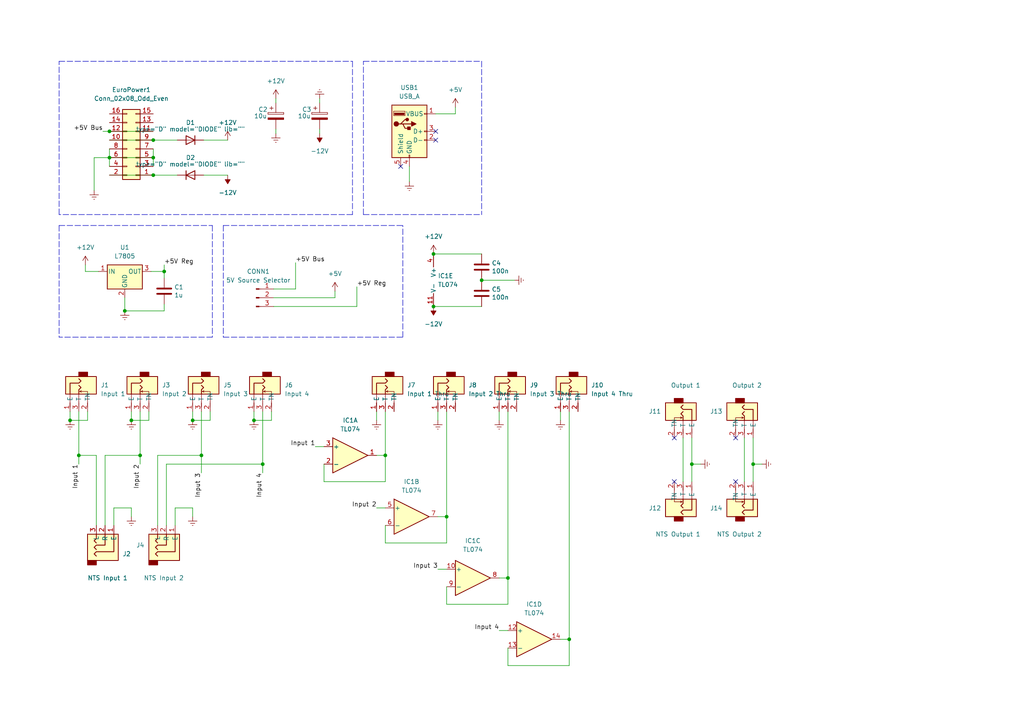
<source format=kicad_sch>
(kicad_sch (version 20211123) (generator eeschema)
  (paper "A4")
  (lib_symbols
    (symbol "Amplifier_Operational:TL074" (pin_names (offset 0.127))
      (property "Reference" "U" (at 0 5.08 0))
      (property "Value" "TL074" (at 0 -5.08 0))
      (symbol "TL074_1_1"
        (polyline (pts (xy -5.08 5.08) (xy 5.08 0) (xy -5.08 -5.08) (xy -5.08 5.08)) (stroke (width 0.254)) (fill (type background)))
        (pin output line (at 7.62 0 180) (length 2.54) (name "~") (number "1"))
        (pin input line (at -7.62 -2.54 0) (length 2.54) (name "-") (number "2"))
        (pin input line (at -7.62 2.54 0) (length 2.54) (name "+") (number "3"))
      )
      (symbol "TL074_2_1"
        (polyline (pts (xy -5.08 5.08) (xy 5.08 0) (xy -5.08 -5.08) (xy -5.08 5.08)) (stroke (width 0.254)) (fill (type background)))
        (pin input line (at -7.62 2.54 0) (length 2.54) (name "+") (number "5"))
        (pin input line (at -7.62 -2.54 0) (length 2.54) (name "-") (number "6"))
        (pin output line (at 7.62 0 180) (length 2.54) (name "~") (number "7"))
      )
      (symbol "TL074_3_1"
        (polyline (pts (xy -5.08 5.08) (xy 5.08 0) (xy -5.08 -5.08) (xy -5.08 5.08)) (stroke (width 0.254)) (fill (type background)))
        (pin input line (at -7.62 2.54 0) (length 2.54) (name "+") (number "10"))
        (pin output line (at 7.62 0 180) (length 2.54) (name "~") (number "8"))
        (pin input line (at -7.62 -2.54 0) (length 2.54) (name "-") (number "9"))
      )
      (symbol "TL074_4_1"
        (polyline (pts (xy -5.08 5.08) (xy 5.08 0) (xy -5.08 -5.08) (xy -5.08 5.08)) (stroke (width 0.254)) (fill (type background)))
        (pin input line (at -7.62 2.54 0) (length 2.54) (name "+") (number "12"))
        (pin input line (at -7.62 -2.54 0) (length 2.54) (name "-") (number "13"))
        (pin output line (at 7.62 0 180) (length 2.54) (name "~") (number "14"))
      )
      (symbol "TL074_5_1"
        (pin power_in line (at -2.54 -7.62 90) (length 3.81) (name "V-") (number "11"))
        (pin power_in line (at -2.54 7.62 270) (length 3.81) (name "V+") (number "4"))
      )
    )
    (symbol "Connector:Conn_01x03_Male" (pin_names (offset 1.016) hide)
      (property "Reference" "J" (at 0 5.08 0))
      (property "Value" "Conn_01x03_Male" (at 0 -5.08 0))
      (symbol "Conn_01x03_Male_1_1"
        (polyline (pts (xy 1.27 -2.54) (xy 0.8636 -2.54)) (stroke (width 0.1524)))
        (polyline (pts (xy 1.27 0) (xy 0.8636 0)) (stroke (width 0.1524)))
        (polyline (pts (xy 1.27 2.54) (xy 0.8636 2.54)) (stroke (width 0.1524)))
        (rectangle (start 0.8636 -2.413) (end 0 -2.667) (stroke (width 0.1524)) (fill (type outline)))
        (rectangle (start 0.8636 0.127) (end 0 -0.127) (stroke (width 0.1524)) (fill (type outline)))
        (rectangle (start 0.8636 2.667) (end 0 2.413) (stroke (width 0.1524)) (fill (type outline)))
        (pin passive line (at 5.08 2.54 180) (length 3.81) (name "Pin_1") (number "1"))
        (pin passive line (at 5.08 0 180) (length 3.81) (name "Pin_2") (number "2"))
        (pin passive line (at 5.08 -2.54 180) (length 3.81) (name "Pin_3") (number "3"))
      )
    )
    (symbol "Connector:USB_A" (pin_names (offset 1.016))
      (property "Reference" "J" (at -5.08 11.43 0))
      (property "Value" "USB_A" (at -5.08 8.89 0))
      (symbol "USB_A_0_1"
        (rectangle (start -5.08 -7.62) (end 5.08 7.62) (stroke (width 0.254)) (fill (type background)))
        (circle (center -3.81 2.159) (radius 0.635) (stroke (width 0.254)) (fill (type outline)))
        (rectangle (start -1.524 4.826) (end -4.318 5.334) (fill (type outline)))
        (rectangle (start -1.27 4.572) (end -4.572 5.842))
        (circle (center -0.635 3.429) (radius 0.381) (stroke (width 0.254)) (fill (type outline)))
        (rectangle (start -0.127 -7.62) (end 0.127 -6.858))
        (polyline (pts (xy -3.175 2.159) (xy -2.54 2.159) (xy -1.27 3.429) (xy -0.635 3.429)) (stroke (width 0.254)))
        (polyline (pts (xy -2.54 2.159) (xy -1.905 2.159) (xy -1.27 0.889) (xy 0 0.889)) (stroke (width 0.254)))
        (polyline (pts (xy 0.635 2.794) (xy 0.635 1.524) (xy 1.905 2.159) (xy 0.635 2.794)) (stroke (width 0.254)) (fill (type outline)))
        (rectangle (start 0.254 1.27) (end -0.508 0.508) (stroke (width 0.254)) (fill (type outline)))
        (rectangle (start 5.08 -2.667) (end 4.318 -2.413))
        (rectangle (start 5.08 -0.127) (end 4.318 0.127))
        (rectangle (start 5.08 4.953) (end 4.318 5.207))
      )
      (symbol "USB_A_1_1"
        (polyline (pts (xy -1.905 2.159) (xy 0.635 2.159)) (stroke (width 0.254)))
        (pin power_in line (at 7.62 5.08 180) (length 2.54) (name "VBUS") (number "1"))
        (pin bidirectional line (at 7.62 -2.54 180) (length 2.54) (name "D-") (number "2"))
        (pin bidirectional line (at 7.62 0 180) (length 2.54) (name "D+") (number "3"))
        (pin power_in line (at 0 -10.16 90) (length 2.54) (name "GND") (number "4"))
        (pin passive line (at -2.54 -10.16 90) (length 2.54) (name "Shield") (number "5"))
      )
    )
    (symbol "Connector_Generic:Conn_02x08_Odd_Even" (pin_names (offset 1.016) hide)
      (property "Reference" "J" (at 1.27 10.16 0))
      (property "Value" "Conn_02x08_Odd_Even" (at 1.27 -12.7 0))
      (symbol "Conn_02x08_Odd_Even_1_1"
        (rectangle (start -1.27 -10.033) (end 0 -10.287) (stroke (width 0.1524)))
        (rectangle (start -1.27 -7.493) (end 0 -7.747) (stroke (width 0.1524)))
        (rectangle (start -1.27 -4.953) (end 0 -5.207) (stroke (width 0.1524)))
        (rectangle (start -1.27 -2.413) (end 0 -2.667) (stroke (width 0.1524)))
        (rectangle (start -1.27 0.127) (end 0 -0.127) (stroke (width 0.1524)))
        (rectangle (start -1.27 2.667) (end 0 2.413) (stroke (width 0.1524)))
        (rectangle (start -1.27 5.207) (end 0 4.953) (stroke (width 0.1524)))
        (rectangle (start -1.27 7.747) (end 0 7.493) (stroke (width 0.1524)))
        (rectangle (start -1.27 8.89) (end 3.81 -11.43) (stroke (width 0.254)) (fill (type background)))
        (rectangle (start 3.81 -10.033) (end 2.54 -10.287) (stroke (width 0.1524)))
        (rectangle (start 3.81 -7.493) (end 2.54 -7.747) (stroke (width 0.1524)))
        (rectangle (start 3.81 -4.953) (end 2.54 -5.207) (stroke (width 0.1524)))
        (rectangle (start 3.81 -2.413) (end 2.54 -2.667) (stroke (width 0.1524)))
        (rectangle (start 3.81 0.127) (end 2.54 -0.127) (stroke (width 0.1524)))
        (rectangle (start 3.81 2.667) (end 2.54 2.413) (stroke (width 0.1524)))
        (rectangle (start 3.81 5.207) (end 2.54 4.953) (stroke (width 0.1524)))
        (rectangle (start 3.81 7.747) (end 2.54 7.493) (stroke (width 0.1524)))
        (pin passive line (at -5.08 7.62 0) (length 3.81) (name "Pin_1") (number "1"))
        (pin passive line (at 7.62 -2.54 180) (length 3.81) (name "Pin_10") (number "10"))
        (pin passive line (at -5.08 -5.08 0) (length 3.81) (name "Pin_11") (number "11"))
        (pin passive line (at 7.62 -5.08 180) (length 3.81) (name "Pin_12") (number "12"))
        (pin passive line (at -5.08 -7.62 0) (length 3.81) (name "Pin_13") (number "13"))
        (pin passive line (at 7.62 -7.62 180) (length 3.81) (name "Pin_14") (number "14"))
        (pin passive line (at -5.08 -10.16 0) (length 3.81) (name "Pin_15") (number "15"))
        (pin passive line (at 7.62 -10.16 180) (length 3.81) (name "Pin_16") (number "16"))
        (pin passive line (at 7.62 7.62 180) (length 3.81) (name "Pin_2") (number "2"))
        (pin passive line (at -5.08 5.08 0) (length 3.81) (name "Pin_3") (number "3"))
        (pin passive line (at 7.62 5.08 180) (length 3.81) (name "Pin_4") (number "4"))
        (pin passive line (at -5.08 2.54 0) (length 3.81) (name "Pin_5") (number "5"))
        (pin passive line (at 7.62 2.54 180) (length 3.81) (name "Pin_6") (number "6"))
        (pin passive line (at -5.08 0 0) (length 3.81) (name "Pin_7") (number "7"))
        (pin passive line (at 7.62 0 180) (length 3.81) (name "Pin_8") (number "8"))
        (pin passive line (at -5.08 -2.54 0) (length 3.81) (name "Pin_9") (number "9"))
      )
    )
    (symbol "Device:C" (pin_numbers hide) (pin_names (offset 0.254))
      (property "Reference" "C" (at 0.635 2.54 0))
      (property "Value" "C" (at 0.635 -2.54 0))
      (symbol "C_0_1"
        (polyline (pts (xy -2.032 -0.762) (xy 2.032 -0.762)) (stroke (width 0.508)))
        (polyline (pts (xy -2.032 0.762) (xy 2.032 0.762)) (stroke (width 0.508)))
      )
      (symbol "C_1_1"
        (pin passive line (at 0 3.81 270) (length 2.794) (name "~") (number "1"))
        (pin passive line (at 0 -3.81 90) (length 2.794) (name "~") (number "2"))
      )
    )
    (symbol "Device:C_Polarized" (pin_numbers hide) (pin_names (offset 0.254))
      (property "Reference" "C" (at 0.635 2.54 0))
      (property "Value" "C_Polarized" (at 0.635 -2.54 0))
      (symbol "C_Polarized_0_1"
        (rectangle (start -2.286 0.508) (end 2.286 1.016))
        (polyline (pts (xy -1.778 2.286) (xy -0.762 2.286)))
        (polyline (pts (xy -1.27 2.794) (xy -1.27 1.778)))
        (rectangle (start 2.286 -0.508) (end -2.286 -1.016) (fill (type outline)))
      )
      (symbol "C_Polarized_1_1"
        (pin passive line (at 0 3.81 270) (length 2.794) (name "~") (number "1"))
        (pin passive line (at 0 -3.81 90) (length 2.794) (name "~") (number "2"))
      )
    )
    (symbol "Eurorack:Thonkiconn_Mono_Jack"
      (property "Reference" "J" (at 0 1.27 0))
      (property "Value" "Thonkiconn_Mono_Jack" (at 10.16 3.81 0))
      (symbol "Thonkiconn_Mono_Jack_0_1"
        (rectangle (start -1.27 -2.54) (end 0 -5.08) (stroke (width 0.254)) (fill (type outline)))
        (polyline (pts (xy 4.318 -4.826) (xy 4.572 -4.318)))
        (polyline (pts (xy 8.89 -7.62) (xy 5.08 -7.62)))
        (polyline (pts (xy 8.89 -5.08) (xy 5.08 -5.08)))
        (polyline (pts (xy 2.54 -5.08) (xy 3.175 -4.445) (xy 3.81 -5.08) (xy 5.08 -5.08)) (stroke (width 0.254)))
        (polyline (pts (xy 8.89 -2.54) (xy 4.318 -2.54) (xy 4.318 -4.826) (xy 4.064 -4.318)))
        (polyline (pts (xy 5.08 -7.62) (xy 1.905 -7.62) (xy 1.905 -5.08) (xy 1.27 -4.445) (xy 0.635 -5.08)) (stroke (width 0.254)))
        (rectangle (start 0 0) (end 5.08 -8.89) (stroke (width 0.254)) (fill (type background)))
      )
      (symbol "Thonkiconn_Mono_Jack_1_1"
        (pin passive line (at 10.16 -7.62 180) (length 2.54) (name "E") (number "1"))
        (pin passive line (at 10.16 -2.54 180) (length 2.54) (name "TN") (number "2"))
        (pin passive line (at 10.16 -5.08 180) (length 2.54) (name "T") (number "3"))
      )
    )
    (symbol "Eurorack:Thonkiconn_Stereo_Jack"
      (property "Reference" "J" (at 0 8.89 0))
      (property "Value" "Thonkiconn_Stereo_Jack" (at 0 6.35 0))
      (symbol "Thonkiconn_Stereo_Jack_0_1"
        (rectangle (start -5.08 -5.08) (end -6.35 -2.54) (stroke (width 0.254)) (fill (type outline)))
        (polyline (pts (xy 0 -2.54) (xy 0.635 -3.175) (xy 1.27 -2.54) (xy 2.54 -2.54)) (stroke (width 0.254)))
        (polyline (pts (xy -1.905 -2.54) (xy -1.27 -3.175) (xy -0.635 -2.54) (xy -0.635 0) (xy 2.54 0)) (stroke (width 0.254)))
        (polyline (pts (xy 2.54 2.54) (xy -2.54 2.54) (xy -2.54 -2.54) (xy -3.175 -3.175) (xy -3.81 -2.54)) (stroke (width 0.254)))
        (rectangle (start 2.54 3.81) (end -5.08 -5.08) (stroke (width 0.254)) (fill (type background)))
      )
      (symbol "Thonkiconn_Stereo_Jack_1_1"
        (pin passive line (at 5.08 2.54 180) (length 2.54) (name "E") (number "1"))
        (pin passive line (at 5.08 0 180) (length 2.54) (name "R") (number "2"))
        (pin passive line (at 5.08 -2.54 180) (length 2.54) (name "L") (number "3"))
      )
    )
    (symbol "Regulator_Linear:L7805" (pin_names (offset 0.254))
      (property "Reference" "U" (at -3.81 3.175 0))
      (property "Value" "L7805" (at 0 3.175 0))
      (symbol "L7805_0_1"
        (rectangle (start -5.08 1.905) (end 5.08 -5.08) (stroke (width 0.254)) (fill (type background)))
      )
      (symbol "L7805_1_1"
        (pin power_in line (at -7.62 0 0) (length 2.54) (name "IN") (number "1"))
        (pin power_in line (at 0 -7.62 90) (length 2.54) (name "GND") (number "2"))
        (pin power_out line (at 7.62 0 180) (length 2.54) (name "OUT") (number "3"))
      )
    )
    (symbol "Simulation_SPICE:DIODE" (pin_numbers hide) (pin_names (offset 1.016) hide)
      (property "Reference" "D" (at 0 2.54 0))
      (property "Value" "DIODE" (at 0 -2.54 0))
      (symbol "DIODE_0_1"
        (polyline (pts (xy 1.27 0) (xy -1.27 0)))
        (polyline (pts (xy 1.27 1.27) (xy 1.27 -1.27)) (stroke (width 0.254)))
        (polyline (pts (xy -1.27 -1.27) (xy -1.27 1.27) (xy 1.27 0) (xy -1.27 -1.27)) (stroke (width 0.254)))
      )
      (symbol "DIODE_1_1"
        (pin passive line (at -3.81 0 0) (length 2.54) (name "A") (number "1"))
        (pin passive line (at 3.81 0 180) (length 2.54) (name "K") (number "2"))
      )
    )
    (symbol "power:+12V" (power) (pin_names (offset 0))
      (property "Value" "+12V" (at 0 3.556 0))
      (symbol "+12V_0_1"
        (polyline (pts (xy -0.762 1.27) (xy 0 2.54)))
        (polyline (pts (xy 0 0) (xy 0 2.54)))
        (polyline (pts (xy 0 2.54) (xy 0.762 1.27)))
      )
      (symbol "+12V_1_1"
        (pin power_in line (at 0 0 90) (length 0) hide (name "+12V") (number "1"))
      )
    )
    (symbol "power:+5V" (power) (pin_names (offset 0))
      (property "Value" "+5V" (at 0 3.556 0))
      (symbol "+5V_0_1"
        (polyline (pts (xy -0.762 1.27) (xy 0 2.54)))
        (polyline (pts (xy 0 0) (xy 0 2.54)))
        (polyline (pts (xy 0 2.54) (xy 0.762 1.27)))
      )
      (symbol "+5V_1_1"
        (pin power_in line (at 0 0 90) (length 0) hide (name "+5V") (number "1"))
      )
    )
    (symbol "power:-12V" (power) (pin_names (offset 0))
      (property "Value" "-12V" (at 0 3.81 0))
      (symbol "-12V_0_0"
        (pin power_in line (at 0 0 90) (length 0) hide (name "-12V") (number "1"))
      )
      (symbol "-12V_0_1"
        (polyline (pts (xy 0 0) (xy 0 1.27) (xy 0.762 1.27) (xy 0 2.54) (xy -0.762 1.27) (xy 0 1.27)) (fill (type outline)))
      )
    )
    (symbol "power:Earth" (power) (pin_names (offset 0))
      (symbol "Earth_0_1"
        (polyline (pts (xy -0.635 -1.905) (xy 0.635 -1.905)))
        (polyline (pts (xy -0.127 -2.54) (xy 0.127 -2.54)))
        (polyline (pts (xy 0 -1.27) (xy 0 0)))
        (polyline (pts (xy 1.27 -1.27) (xy -1.27 -1.27)))
      )
      (symbol "Earth_1_1"
        (pin power_in line (at 0 0 270) (length 0) hide (name "Earth") (number "1"))
      )
    )
  )
  (junction (at 47.625 78.74))
  (junction (at 200.66 134.62))
  (junction (at 111.76 132.08))
  (junction (at 38.1 121.92))
  (junction (at 55.88 121.92))
  (junction (at 129.54 149.86))
  (junction (at 147.32 167.64))
  (junction (at 76.2 134.62))
  (junction (at 139.7 81.28))
  (junction (at 31.75 45.72))
  (junction (at 218.44 134.62))
  (junction (at 44.45 50.8))
  (junction (at 125.73 88.9))
  (junction (at 22.86 132.08))
  (junction (at 36.195 90.17))
  (junction (at 44.45 45.72))
  (junction (at 31.75 38.1))
  (junction (at 58.42 132.08))
  (junction (at 40.64 132.08))
  (junction (at 44.45 40.64))
  (junction (at 73.66 121.92))
  (junction (at 125.73 73.66))
  (junction (at 165.1 185.42))
  (junction (at 20.32 121.92))
  (no_connect (at 195.58 139.7))
  (no_connect (at 213.36 139.7))
  (no_connect (at 213.36 127))
  (no_connect (at 195.58 127))
  (no_connect (at 126.365 38.1))
  (no_connect (at 116.205 48.26))
  (no_connect (at 126.365 40.64))
  (wire (pts (xy 25.4 121.92) (xy 20.32 121.92)))
  (wire (pts (xy 129.54 157.48) (xy 129.54 149.86)))
  (wire (pts (xy 165.1 193.04) (xy 165.1 185.42)))
  (polyline (pts (xy 64.77 65.405) (xy 116.84 65.405)))
  (wire (pts (xy 36.195 86.36) (xy 36.195 90.17)))
  (wire (pts (xy 22.86 119.38) (xy 22.86 132.08)))
  (wire (pts (xy 47.625 78.74) (xy 47.625 80.645)))
  (wire (pts (xy 31.75 45.72) (xy 31.75 48.26)))
  (wire (pts (xy 111.76 119.38) (xy 111.76 132.08)))
  (wire (pts (xy 109.22 121.92) (xy 109.22 119.38)))
  (polyline (pts (xy 17.145 65.405) (xy 61.595 65.405)))
  (polyline (pts (xy 17.145 65.405) (xy 17.145 97.79)))
  (wire (pts (xy 147.32 167.64) (xy 144.78 167.64)))
  (wire (pts (xy 200.66 127) (xy 200.66 134.62)))
  (wire (pts (xy 80.01 28.575) (xy 80.01 29.845)))
  (wire (pts (xy 47.625 76.835) (xy 47.625 78.74)))
  (wire (pts (xy 165.1 119.38) (xy 165.1 185.42)))
  (wire (pts (xy 24.765 76.835) (xy 24.765 78.74)))
  (wire (pts (xy 73.66 121.92) (xy 73.66 119.38)))
  (wire (pts (xy 103.505 83.185) (xy 103.505 88.9)))
  (wire (pts (xy 47.625 88.265) (xy 47.625 90.17)))
  (wire (pts (xy 125.73 73.66) (xy 139.7 73.66)))
  (wire (pts (xy 93.98 139.7) (xy 111.76 139.7)))
  (polyline (pts (xy 105.41 62.23) (xy 139.7 62.23)))
  (wire (pts (xy 31.75 45.72) (xy 44.45 45.72)))
  (polyline (pts (xy 64.77 65.405) (xy 64.77 97.79)))
  (wire (pts (xy 144.78 182.88) (xy 147.32 182.88)))
  (wire (pts (xy 118.745 48.26) (xy 118.745 52.705)))
  (wire (pts (xy 47.625 78.74) (xy 43.815 78.74)))
  (wire (pts (xy 92.71 38.735) (xy 92.71 37.465)))
  (wire (pts (xy 44.45 45.72) (xy 44.45 48.26)))
  (wire (pts (xy 78.74 121.92) (xy 73.66 121.92)))
  (wire (pts (xy 33.02 147.32) (xy 33.02 152.4)))
  (wire (pts (xy 60.96 121.92) (xy 55.88 121.92)))
  (wire (pts (xy 44.45 50.8) (xy 51.435 50.8)))
  (wire (pts (xy 111.76 152.4) (xy 111.76 157.48)))
  (wire (pts (xy 25.4 119.38) (xy 25.4 121.92)))
  (wire (pts (xy 93.98 134.62) (xy 93.98 139.7)))
  (polyline (pts (xy 64.77 97.79) (xy 116.84 97.79)))
  (wire (pts (xy 58.42 119.38) (xy 58.42 132.08)))
  (wire (pts (xy 48.26 152.4) (xy 48.26 134.62)))
  (wire (pts (xy 162.56 121.92) (xy 162.56 119.38)))
  (wire (pts (xy 147.32 175.26) (xy 147.32 167.64)))
  (wire (pts (xy 55.88 121.92) (xy 55.88 119.38)))
  (wire (pts (xy 27.94 132.08) (xy 22.86 132.08)))
  (wire (pts (xy 144.78 121.92) (xy 144.78 119.38)))
  (polyline (pts (xy 61.595 65.405) (xy 61.595 97.79)))
  (wire (pts (xy 97.155 84.455) (xy 97.155 86.36)))
  (wire (pts (xy 43.18 119.38) (xy 43.18 121.92)))
  (wire (pts (xy 48.26 134.62) (xy 76.2 134.62)))
  (wire (pts (xy 58.42 132.08) (xy 45.72 132.08)))
  (wire (pts (xy 218.44 127) (xy 218.44 134.62)))
  (wire (pts (xy 127 121.92) (xy 127 119.38)))
  (wire (pts (xy 91.44 129.54) (xy 93.98 129.54)))
  (wire (pts (xy 76.2 134.62) (xy 76.2 137.16)))
  (polyline (pts (xy 139.7 17.78) (xy 139.7 62.23)))
  (wire (pts (xy 215.9 127) (xy 215.9 139.7)))
  (wire (pts (xy 132.08 31.115) (xy 132.08 33.02)))
  (wire (pts (xy 27.305 45.72) (xy 31.75 45.72)))
  (polyline (pts (xy 102.235 17.78) (xy 102.235 62.23)))
  (wire (pts (xy 127 165.1) (xy 129.54 165.1)))
  (wire (pts (xy 38.1 121.92) (xy 38.1 119.38)))
  (wire (pts (xy 200.66 134.62) (xy 200.66 139.7)))
  (wire (pts (xy 129.54 170.18) (xy 129.54 175.26)))
  (wire (pts (xy 45.72 132.08) (xy 45.72 152.4)))
  (wire (pts (xy 198.12 127) (xy 198.12 139.7)))
  (wire (pts (xy 129.54 119.38) (xy 129.54 149.86)))
  (wire (pts (xy 129.54 149.86) (xy 127 149.86)))
  (wire (pts (xy 29.845 38.1) (xy 31.75 38.1)))
  (wire (pts (xy 85.725 83.82) (xy 79.375 83.82)))
  (wire (pts (xy 44.45 40.64) (xy 51.435 40.64)))
  (wire (pts (xy 76.2 134.62) (xy 76.2 119.38)))
  (wire (pts (xy 59.055 50.8) (xy 66.04 50.8)))
  (wire (pts (xy 38.1 147.32) (xy 33.02 147.32)))
  (wire (pts (xy 147.32 119.38) (xy 147.32 167.64)))
  (wire (pts (xy 40.64 132.08) (xy 40.64 119.38)))
  (wire (pts (xy 80.01 37.465) (xy 80.01 38.735)))
  (wire (pts (xy 129.54 175.26) (xy 147.32 175.26)))
  (wire (pts (xy 43.18 121.92) (xy 38.1 121.92)))
  (polyline (pts (xy 102.235 62.23) (xy 17.145 62.23)))
  (wire (pts (xy 55.88 147.32) (xy 50.8 147.32)))
  (polyline (pts (xy 105.41 17.78) (xy 139.7 17.78)))
  (wire (pts (xy 31.75 50.8) (xy 44.45 50.8)))
  (wire (pts (xy 139.7 81.28) (xy 149.225 81.28)))
  (wire (pts (xy 111.76 132.08) (xy 109.22 132.08)))
  (wire (pts (xy 47.625 90.17) (xy 36.195 90.17)))
  (wire (pts (xy 31.75 38.1) (xy 44.45 38.1)))
  (wire (pts (xy 132.08 33.02) (xy 126.365 33.02)))
  (wire (pts (xy 109.22 147.32) (xy 111.76 147.32)))
  (polyline (pts (xy 17.145 17.78) (xy 102.235 17.78)))
  (wire (pts (xy 218.44 134.62) (xy 218.44 139.7)))
  (wire (pts (xy 97.155 86.36) (xy 79.375 86.36)))
  (wire (pts (xy 44.45 43.18) (xy 44.45 45.72)))
  (wire (pts (xy 27.94 152.4) (xy 27.94 132.08)))
  (wire (pts (xy 111.76 139.7) (xy 111.76 132.08)))
  (wire (pts (xy 22.86 134.62) (xy 22.86 132.08)))
  (wire (pts (xy 147.32 193.04) (xy 165.1 193.04)))
  (wire (pts (xy 38.1 149.86) (xy 38.1 147.32)))
  (wire (pts (xy 220.98 134.62) (xy 218.44 134.62)))
  (wire (pts (xy 78.74 119.38) (xy 78.74 121.92)))
  (wire (pts (xy 59.055 40.64) (xy 66.04 40.64)))
  (polyline (pts (xy 61.595 97.79) (xy 17.145 97.79)))
  (wire (pts (xy 40.64 132.08) (xy 40.64 134.62)))
  (wire (pts (xy 31.75 40.64) (xy 44.45 40.64)))
  (wire (pts (xy 30.48 132.08) (xy 40.64 132.08)))
  (wire (pts (xy 27.305 45.72) (xy 27.305 55.245)))
  (wire (pts (xy 31.75 43.18) (xy 31.75 45.72)))
  (wire (pts (xy 125.73 88.9) (xy 139.7 88.9)))
  (wire (pts (xy 103.505 88.9) (xy 79.375 88.9)))
  (wire (pts (xy 30.48 152.4) (xy 30.48 132.08)))
  (wire (pts (xy 20.32 121.92) (xy 20.32 119.38)))
  (wire (pts (xy 85.725 76.2) (xy 85.725 83.82)))
  (polyline (pts (xy 17.145 62.23) (xy 17.145 17.78)))
  (wire (pts (xy 92.71 29.845) (xy 92.71 28.575)))
  (wire (pts (xy 60.96 119.38) (xy 60.96 121.92)))
  (wire (pts (xy 55.88 149.86) (xy 55.88 147.32)))
  (wire (pts (xy 203.2 134.62) (xy 200.66 134.62)))
  (polyline (pts (xy 105.41 62.23) (xy 105.41 17.78)))
  (wire (pts (xy 111.76 157.48) (xy 129.54 157.48)))
  (wire (pts (xy 165.1 185.42) (xy 162.56 185.42)))
  (polyline (pts (xy 116.84 97.79) (xy 116.84 65.405)))
  (wire (pts (xy 50.8 147.32) (xy 50.8 152.4)))
  (wire (pts (xy 24.765 78.74) (xy 28.575 78.74)))
  (wire (pts (xy 147.32 187.96) (xy 147.32 193.04)))
  (wire (pts (xy 58.42 132.08) (xy 58.42 137.16)))
  (label "Input 1" (at 91.44 129.54 180))
  (label "Input 1" (at 22.86 134.62 270))
  (label "+5V Bus" (at 29.845 38.1 180))
  (label "Input 2" (at 109.22 147.32 180))
  (label "+5V Bus" (at 85.725 76.2 0))
  (label "Input 3" (at 127 165.1 180))
  (label "+5V Reg" (at 103.505 83.185 0))
  (label "+5V Reg" (at 47.625 76.835 0))
  (label "Input 2" (at 40.64 134.62 270))
  (label "Input 4" (at 76.2 137.16 270))
  (label "Input 3" (at 58.42 137.16 270))
  (label "Input 4" (at 144.78 182.88 180))
  (symbol (lib_id "Eurorack:Thonkiconn_Mono_Jack") (at 45.72 109.22 270) (unit 1)
    (property "Reference" "J3" (at 46.99 111.6964 90) (effects (justify left)))
    (property "Value" "Input 2 " (at 46.99 114.2364 90) (effects (justify left)))
    (property "Footprint" "Eurorack:Thonkiconn Mono Jack" (effects hide))
  )
  (symbol (lib_id "power:Earth") (at 149.225 81.28 90) (unit 1)
    (property "Reference" "#PWR024" (effects hide))
    (property "Value" "Earth" (effects hide))
  )
  (symbol (lib_id "Device:C") (at 47.625 84.455 0) (unit 1)
    (property "Reference" "C1" (at 50.546 83.2866 0) (effects (justify left)))
    (property "Value" "1u" (at 50.546 85.598 0) (effects (justify left)))
    (property "Footprint" "Capacitor_THT:CP_Radial_D5.0mm_P2.50mm" (effects hide))
  )
  (symbol (lib_id "power:+12V") (at 24.765 76.835 0) (unit 1)
    (property "Reference" "#PWR02" (effects hide))
    (property "Value" "+12V" (at 24.765 71.755 0))
  )
  (symbol (lib_id "Connector:Conn_01x03_Male") (at 74.295 86.36 0) (unit 1)
    (property "Reference" "CONN1" (at 74.93 78.74 0))
    (property "Value" "5V Source Selector" (at 74.93 81.28 0))
    (property "Footprint" "Connector_PinHeader_2.54mm:PinHeader_1x03_P2.54mm_Vertical" (effects hide))
  )
  (symbol (lib_id "power:Earth") (at 162.56 121.92 0) (unit 1)
    (property "Reference" "#PWR025" (effects hide))
    (property "Value" "Earth" (effects hide))
  )
  (symbol (lib_id "power:Earth") (at 20.32 121.92 0) (unit 1)
    (property "Reference" "#PWR01" (effects hide))
    (property "Value" "Earth" (effects hide))
  )
  (symbol (lib_id "Amplifier_Operational:TL074") (at 128.27 81.28 0) (unit 5)
    (property "Reference" "IC1" (at 127 80.0099 0) (effects (justify left)))
    (property "Value" "TL074" (at 127 82.5499 0) (effects (justify left)))
    (property "Footprint" "Eurorack:DIP-14 IC Socket" (effects hide))
    (property "Datasheet" "http://www.ti.com/lit/ds/symlink/tl071.pdf" (effects hide))
  )
  (symbol (lib_id "power:Earth") (at 203.2 134.62 90) (unit 1)
    (property "Reference" "#PWR026" (effects hide))
    (property "Value" "Earth" (effects hide))
  )
  (symbol (lib_id "power:Earth") (at 92.71 28.575 180) (unit 1)
    (property "Reference" "#PWR014" (effects hide))
    (property "Value" "Earth" (effects hide))
  )
  (symbol (lib_id "power:+5V") (at 132.08 31.115 0) (unit 1)
    (property "Reference" "#PWR022" (effects hide))
    (property "Value" "+5V" (at 132.08 26.035 0))
  )
  (symbol (lib_id "Amplifier_Operational:TL074") (at 154.94 185.42 0) (unit 4)
    (property "Reference" "IC1" (at 154.94 175.26 0))
    (property "Value" "TL074" (at 154.94 177.8 0))
    (property "Footprint" "Eurorack:DIP-14 IC Socket" (effects hide))
    (property "Datasheet" "http://www.ti.com/lit/ds/symlink/tl071.pdf" (effects hide))
  )
  (symbol (lib_id "Simulation_SPICE:DIODE") (at 55.245 50.8 180) (unit 1)
    (property "Reference" "D2" (at 55.245 45.72 0))
    (property "Value" "DIODE" (at 55.245 47.625 0))
    (property "Footprint" "Diode_THT:D_DO-41_SOD81_P7.62mm_Horizontal" (effects hide))
    (property "Spice_Netlist_Enabled" "Y" (effects hide))
    (property "Spice_Primitive" "D" (effects hide))
  )
  (symbol (lib_id "Device:C_Polarized") (at 92.71 33.655 0) (unit 1)
    (property "Reference" "C3" (at 87.63 31.75 0) (effects (justify left)))
    (property "Value" "10u" (at 86.36 33.655 0) (effects (justify left)))
    (property "Footprint" "Capacitor_THT:CP_Radial_D5.0mm_P2.50mm" (effects hide))
  )
  (symbol (lib_id "Eurorack:Thonkiconn_Stereo_Jack") (at 48.26 157.48 270) (mirror x) (unit 1)
    (property "Reference" "J4" (at 41.91 158.1149 90) (effects (justify right)))
    (property "Value" "NTS Input 2" (at 53.34 167.64 90) (effects (justify right)))
    (property "Footprint" "Eurorack:Thonkiconn Stereo Jack" (effects hide))
  )
  (symbol (lib_id "power:+5V") (at 97.155 84.455 0) (unit 1)
    (property "Reference" "#PWR016" (effects hide))
    (property "Value" "+5V" (at 97.155 79.375 0))
  )
  (symbol (lib_id "power:+12V") (at 66.04 40.64 0) (unit 1)
    (property "Reference" "#PWR09" (effects hide))
    (property "Value" "+12V" (at 66.04 35.56 0))
  )
  (symbol (lib_id "power:Earth") (at 55.88 149.86 0) (mirror y) (unit 1)
    (property "Reference" "#PWR08" (effects hide))
    (property "Value" "Earth" (effects hide))
  )
  (symbol (lib_id "power:-12V") (at 125.73 88.9 180) (unit 1)
    (property "Reference" "#PWR020" (effects hide))
    (property "Value" "-12V" (at 125.73 93.98 0))
  )
  (symbol (lib_id "Eurorack:Thonkiconn_Mono_Jack") (at 193.04 149.86 90) (unit 1)
    (property "Reference" "J12" (at 191.77 147.3836 90) (effects (justify left)))
    (property "Value" "NTS Output 1" (at 203.2 154.94 90) (effects (justify left)))
    (property "Footprint" "Eurorack:Thonkiconn Mono Jack" (effects hide))
  )
  (symbol (lib_id "Regulator_Linear:L7805") (at 36.195 78.74 0) (unit 1)
    (property "Reference" "U1" (at 36.195 71.755 0))
    (property "Value" "L7805" (at 36.195 74.295 0))
    (property "Footprint" "Package_TO_SOT_THT:TO-220-3_Horizontal_TabDown" (effects hide))
    (property "Datasheet" "http://www.st.com/content/ccc/resource/technical/document/datasheet/41/4f/b3/b0/12/d4/47/88/CD00000444.pdf/files/CD00000444.pdf/jcr:content/translations/en.CD00000444.pdf" (effects hide))
  )
  (symbol (lib_id "Device:C_Polarized") (at 80.01 33.655 0) (unit 1)
    (property "Reference" "C2" (at 74.93 31.75 0) (effects (justify left)))
    (property "Value" "10u" (at 73.66 33.655 0) (effects (justify left)))
    (property "Footprint" "Capacitor_THT:CP_Radial_D5.0mm_P2.50mm" (effects hide))
  )
  (symbol (lib_id "power:+12V") (at 125.73 73.66 0) (unit 1)
    (property "Reference" "#PWR019" (effects hide))
    (property "Value" "+12V" (at 125.73 68.58 0))
  )
  (symbol (lib_id "Eurorack:Thonkiconn_Mono_Jack") (at 134.62 109.22 270) (unit 1)
    (property "Reference" "J8" (at 135.89 111.6964 90) (effects (justify left)))
    (property "Value" "Input 2 Thru" (at 135.89 114.2364 90) (effects (justify left)))
    (property "Footprint" "Eurorack:Thonkiconn Mono Jack" (effects hide))
  )
  (symbol (lib_id "Eurorack:Thonkiconn_Mono_Jack") (at 210.82 149.86 90) (unit 1)
    (property "Reference" "J14" (at 209.55 147.3836 90) (effects (justify left)))
    (property "Value" "NTS Output 2" (at 220.98 154.94 90) (effects (justify left)))
    (property "Footprint" "Eurorack:Thonkiconn Mono Jack" (effects hide))
  )
  (symbol (lib_id "power:-12V") (at 66.04 50.8 180) (unit 1)
    (property "Reference" "#PWR010" (effects hide))
    (property "Value" "-12V" (at 66.04 55.88 0))
  )
  (symbol (lib_id "Device:C") (at 139.7 77.47 0) (unit 1)
    (property "Reference" "C4" (at 142.621 76.3016 0) (effects (justify left)))
    (property "Value" "100n" (at 142.621 78.613 0) (effects (justify left)))
    (property "Footprint" "Capacitor_THT:CP_Radial_D5.0mm_P2.50mm" (effects hide))
  )
  (symbol (lib_id "Eurorack:Thonkiconn_Mono_Jack") (at 210.82 116.84 90) (mirror x) (unit 1)
    (property "Reference" "J13" (at 209.55 119.3164 90) (effects (justify left)))
    (property "Value" "Output 2" (at 220.98 111.76 90) (effects (justify left)))
    (property "Footprint" "Eurorack:Thonkiconn Mono Jack" (effects hide))
  )
  (symbol (lib_id "Eurorack:Thonkiconn_Mono_Jack") (at 81.28 109.22 270) (unit 1)
    (property "Reference" "J6" (at 82.55 111.6964 90) (effects (justify left)))
    (property "Value" "Input 4 " (at 82.55 114.2364 90) (effects (justify left)))
    (property "Footprint" "Eurorack:Thonkiconn Mono Jack" (effects hide))
  )
  (symbol (lib_id "Amplifier_Operational:TL074") (at 137.16 167.64 0) (unit 3)
    (property "Reference" "IC1" (at 137.16 156.845 0))
    (property "Value" "TL074" (at 137.16 159.385 0))
    (property "Footprint" "Eurorack:DIP-14 IC Socket" (effects hide))
    (property "Datasheet" "http://www.ti.com/lit/ds/symlink/tl071.pdf" (effects hide))
  )
  (symbol (lib_id "power:Earth") (at 27.305 55.245 0) (unit 1)
    (property "Reference" "#PWR03" (effects hide))
    (property "Value" "Earth" (effects hide))
  )
  (symbol (lib_id "power:Earth") (at 36.195 90.17 0) (unit 1)
    (property "Reference" "#PWR04" (effects hide))
    (property "Value" "Earth" (effects hide))
  )
  (symbol (lib_id "Eurorack:Thonkiconn_Mono_Jack") (at 63.5 109.22 270) (unit 1)
    (property "Reference" "J5" (at 64.77 111.6964 90) (effects (justify left)))
    (property "Value" "Input 3 " (at 64.77 114.2364 90) (effects (justify left)))
    (property "Footprint" "Eurorack:Thonkiconn Mono Jack" (effects hide))
  )
  (symbol (lib_id "power:+12V") (at 80.01 28.575 0) (unit 1)
    (property "Reference" "#PWR012" (effects hide))
    (property "Value" "+12V" (at 80.01 23.495 0))
  )
  (symbol (lib_id "power:Earth") (at 118.745 52.705 0) (unit 1)
    (property "Reference" "#PWR018" (effects hide))
    (property "Value" "Earth" (effects hide))
  )
  (symbol (lib_id "Simulation_SPICE:DIODE") (at 55.245 40.64 0) (unit 1)
    (property "Reference" "D1" (at 55.245 35.56 0))
    (property "Value" "DIODE" (at 55.245 37.465 0))
    (property "Footprint" "Diode_THT:D_DO-41_SOD81_P7.62mm_Horizontal" (effects hide))
    (property "Spice_Netlist_Enabled" "Y" (effects hide))
    (property "Spice_Primitive" "D" (effects hide))
  )
  (symbol (lib_id "Device:C") (at 139.7 85.09 0) (unit 1)
    (property "Reference" "C5" (at 142.621 83.9216 0) (effects (justify left)))
    (property "Value" "100n" (at 142.621 86.233 0) (effects (justify left)))
    (property "Footprint" "Capacitor_THT:CP_Radial_D5.0mm_P2.50mm" (effects hide))
  )
  (symbol (lib_id "Eurorack:Thonkiconn_Mono_Jack") (at 152.4 109.22 270) (unit 1)
    (property "Reference" "J9" (at 153.67 111.6964 90) (effects (justify left)))
    (property "Value" "Input 3 Thru" (at 153.67 114.2364 90) (effects (justify left)))
    (property "Footprint" "Eurorack:Thonkiconn Mono Jack" (effects hide))
  )
  (symbol (lib_id "power:Earth") (at 38.1 149.86 0) (mirror y) (unit 1)
    (property "Reference" "#PWR06" (effects hide))
    (property "Value" "Earth" (effects hide))
  )
  (symbol (lib_id "Amplifier_Operational:TL074") (at 119.38 149.86 0) (unit 2)
    (property "Reference" "IC1" (at 119.38 139.7 0))
    (property "Value" "TL074" (at 119.38 142.24 0))
    (property "Footprint" "Eurorack:DIP-14 IC Socket" (effects hide))
    (property "Datasheet" "http://www.ti.com/lit/ds/symlink/tl071.pdf" (effects hide))
  )
  (symbol (lib_id "Amplifier_Operational:TL074") (at 101.6 132.08 0) (unit 1)
    (property "Reference" "IC1" (at 101.6 121.92 0))
    (property "Value" "TL074" (at 101.6 124.46 0))
    (property "Footprint" "Eurorack:DIP-14 IC Socket" (effects hide))
    (property "Datasheet" "http://www.ti.com/lit/ds/symlink/tl071.pdf" (effects hide))
  )
  (symbol (lib_id "power:Earth") (at 73.66 121.92 0) (unit 1)
    (property "Reference" "#PWR011" (effects hide))
    (property "Value" "Earth" (effects hide))
  )
  (symbol (lib_id "Connector_Generic:Conn_02x08_Odd_Even") (at 39.37 43.18 180) (unit 1)
    (property "Reference" "EuroPower1" (at 38.1 26.035 0))
    (property "Value" "Conn_02x08_Odd_Even" (at 38.1 28.575 0))
    (property "Footprint" "Eurorack:Eurorack Power Header 16 Pin" (effects hide))
  )
  (symbol (lib_id "power:Earth") (at 144.78 121.92 0) (unit 1)
    (property "Reference" "#PWR023" (effects hide))
    (property "Value" "Earth" (effects hide))
  )
  (symbol (lib_id "power:Earth") (at 38.1 121.92 0) (unit 1)
    (property "Reference" "#PWR05" (effects hide))
    (property "Value" "Earth" (effects hide))
  )
  (symbol (lib_id "power:Earth") (at 109.22 121.92 0) (unit 1)
    (property "Reference" "#PWR017" (effects hide))
    (property "Value" "Earth" (effects hide))
  )
  (symbol (lib_id "power:Earth") (at 80.01 38.735 0) (unit 1)
    (property "Reference" "#PWR013" (effects hide))
    (property "Value" "Earth" (effects hide))
  )
  (symbol (lib_id "Eurorack:Thonkiconn_Mono_Jack") (at 116.84 109.22 270) (unit 1)
    (property "Reference" "J7" (at 118.11 111.6964 90) (effects (justify left)))
    (property "Value" "Input 1 Thru" (at 118.11 114.2364 90) (effects (justify left)))
    (property "Footprint" "Eurorack:Thonkiconn Mono Jack" (effects hide))
  )
  (symbol (lib_id "power:-12V") (at 92.71 38.735 180) (unit 1)
    (property "Reference" "#PWR015" (effects hide))
    (property "Value" "-12V" (at 92.71 43.815 0))
  )
  (symbol (lib_id "Eurorack:Thonkiconn_Mono_Jack") (at 27.94 109.22 270) (unit 1)
    (property "Reference" "J1" (at 29.21 111.6964 90) (effects (justify left)))
    (property "Value" "Input 1" (at 29.21 114.2364 90) (effects (justify left)))
    (property "Footprint" "Eurorack:Thonkiconn Mono Jack" (effects hide))
  )
  (symbol (lib_id "power:Earth") (at 127 121.92 0) (unit 1)
    (property "Reference" "#PWR021" (effects hide))
    (property "Value" "Earth" (effects hide))
  )
  (symbol (lib_id "Eurorack:Thonkiconn_Stereo_Jack") (at 30.48 157.48 270) (mirror x) (unit 1)
    (property "Reference" "J2" (at 35.56 160.6551 90) (effects (justify left)))
    (property "Value" "NTS Input 1" (at 25.4 167.64 90) (effects (justify left)))
    (property "Footprint" "Eurorack:Thonkiconn Stereo Jack" (effects hide))
  )
  (symbol (lib_id "power:Earth") (at 55.88 121.92 0) (unit 1)
    (property "Reference" "#PWR07" (effects hide))
    (property "Value" "Earth" (effects hide))
  )
  (symbol (lib_id "Eurorack:Thonkiconn_Mono_Jack") (at 170.18 109.22 270) (unit 1)
    (property "Reference" "J10" (at 171.45 111.6964 90) (effects (justify left)))
    (property "Value" "Input 4 Thru" (at 171.45 114.2364 90) (effects (justify left)))
    (property "Footprint" "Eurorack:Thonkiconn Mono Jack" (effects hide))
  )
  (symbol (lib_id "Connector:USB_A") (at 118.745 38.1 0) (unit 1)
    (property "Reference" "USB1" (at 118.745 25.4 0))
    (property "Value" "USB_A" (at 118.745 27.94 0))
    (property "Footprint" "Connector_USB:USB_A_Molex_67643_Horizontal" (effects hide))
    (property "Datasheet" " ~" (effects hide))
  )
  (symbol (lib_id "Eurorack:Thonkiconn_Mono_Jack") (at 193.04 116.84 90) (mirror x) (unit 1)
    (property "Reference" "J11" (at 191.77 119.3164 90) (effects (justify left)))
    (property "Value" "Output 1" (at 203.2 111.76 90) (effects (justify left)))
    (property "Footprint" "Eurorack:Thonkiconn Mono Jack" (effects hide))
  )
  (symbol (lib_id "power:Earth") (at 220.98 134.62 90) (unit 1)
    (property "Reference" "#PWR027" (effects hide))
    (property "Value" "Earth" (effects hide))
  )
)
</source>
